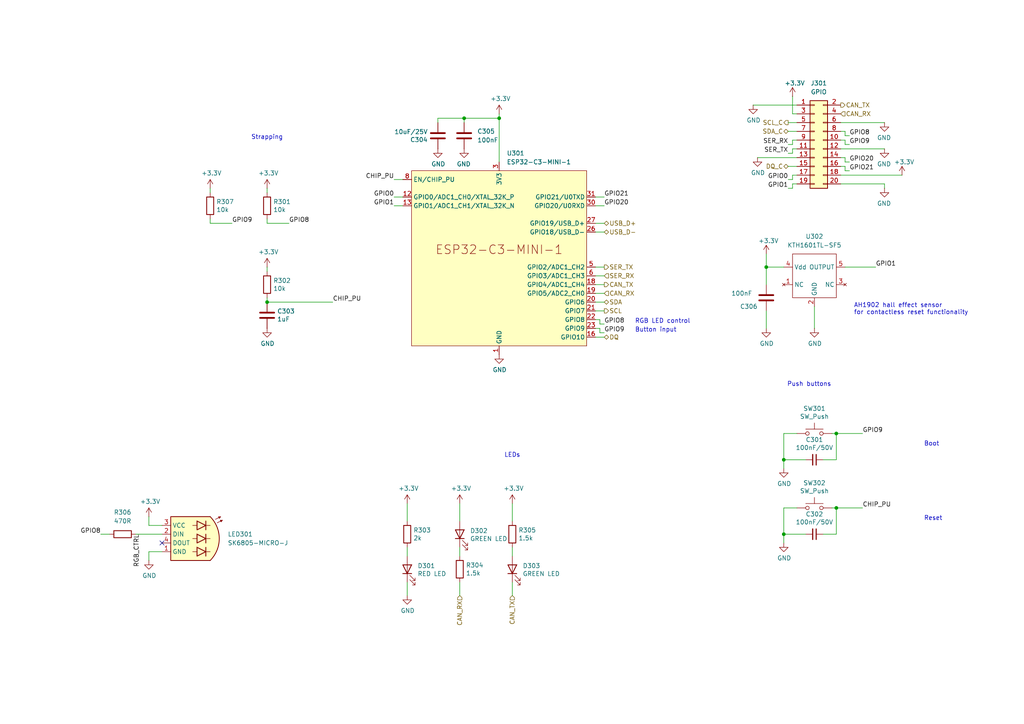
<source format=kicad_sch>
(kicad_sch (version 20231120) (generator "eeschema") (generator_version "8.0")
  (paper "A4")
  (title_block (title "Hat Labs Serial Interface Device (HALSER)") (date "2024-11-20") (rev "1.0.0-a1") (company "Hat Labs oy") (comment 1 "https://creativecommons.org/licenses/by-sa/4.0") (comment 2 "To view a copy of this license, visit ") (comment 3 "HALMET is licensed under CC BY-SA 4.0."))
  (lib_symbols
    (symbol "Connector_Generic:Conn_02x10_Odd_Even" (pin_names (offset 1.016) hide)
      (property "Reference" "J" (at 1.27 12.7 0))
      (property "Value" "Conn_02x10_Odd_Even" (at 1.27 -15.24 0))
      (symbol "Conn_02x10_Odd_Even_1_1"
        (rectangle (start -1.27 -12.573) (end 0 -12.827) (stroke (width 0.1524)))
        (rectangle (start -1.27 -10.033) (end 0 -10.287) (stroke (width 0.1524)))
        (rectangle (start -1.27 -7.493) (end 0 -7.747) (stroke (width 0.1524)))
        (rectangle (start -1.27 -4.953) (end 0 -5.207) (stroke (width 0.1524)))
        (rectangle (start -1.27 -2.413) (end 0 -2.667) (stroke (width 0.1524)))
        (rectangle (start -1.27 0.127) (end 0 -0.127) (stroke (width 0.1524)))
        (rectangle (start -1.27 2.667) (end 0 2.413) (stroke (width 0.1524)))
        (rectangle (start -1.27 5.207) (end 0 4.953) (stroke (width 0.1524)))
        (rectangle (start -1.27 7.747) (end 0 7.493) (stroke (width 0.1524)))
        (rectangle (start -1.27 10.287) (end 0 10.033) (stroke (width 0.1524)))
        (rectangle (start -1.27 11.43) (end 3.81 -13.97) (stroke (width 0.254)) (fill (type background)))
        (rectangle (start 3.81 -12.573) (end 2.54 -12.827) (stroke (width 0.1524)))
        (rectangle (start 3.81 -10.033) (end 2.54 -10.287) (stroke (width 0.1524)))
        (rectangle (start 3.81 -7.493) (end 2.54 -7.747) (stroke (width 0.1524)))
        (rectangle (start 3.81 -4.953) (end 2.54 -5.207) (stroke (width 0.1524)))
        (rectangle (start 3.81 -2.413) (end 2.54 -2.667) (stroke (width 0.1524)))
        (rectangle (start 3.81 0.127) (end 2.54 -0.127) (stroke (width 0.1524)))
        (rectangle (start 3.81 2.667) (end 2.54 2.413) (stroke (width 0.1524)))
        (rectangle (start 3.81 5.207) (end 2.54 4.953) (stroke (width 0.1524)))
        (rectangle (start 3.81 7.747) (end 2.54 7.493) (stroke (width 0.1524)))
        (rectangle (start 3.81 10.287) (end 2.54 10.033) (stroke (width 0.1524)))
        (pin passive line (at -5.08 10.16 0) (length 3.81) (name "Pin_1") (number "1"))
        (pin passive line (at 7.62 0 180) (length 3.81) (name "Pin_10") (number "10"))
        (pin passive line (at -5.08 -2.54 0) (length 3.81) (name "Pin_11") (number "11"))
        (pin passive line (at 7.62 -2.54 180) (length 3.81) (name "Pin_12") (number "12"))
        (pin passive line (at -5.08 -5.08 0) (length 3.81) (name "Pin_13") (number "13"))
        (pin passive line (at 7.62 -5.08 180) (length 3.81) (name "Pin_14") (number "14"))
        (pin passive line (at -5.08 -7.62 0) (length 3.81) (name "Pin_15") (number "15"))
        (pin passive line (at 7.62 -7.62 180) (length 3.81) (name "Pin_16") (number "16"))
        (pin passive line (at -5.08 -10.16 0) (length 3.81) (name "Pin_17") (number "17"))
        (pin passive line (at 7.62 -10.16 180) (length 3.81) (name "Pin_18") (number "18"))
        (pin passive line (at -5.08 -12.7 0) (length 3.81) (name "Pin_19") (number "19"))
        (pin passive line (at 7.62 10.16 180) (length 3.81) (name "Pin_2") (number "2"))
        (pin passive line (at 7.62 -12.7 180) (length 3.81) (name "Pin_20") (number "20"))
        (pin passive line (at -5.08 7.62 0) (length 3.81) (name "Pin_3") (number "3"))
        (pin passive line (at 7.62 7.62 180) (length 3.81) (name "Pin_4") (number "4"))
        (pin passive line (at -5.08 5.08 0) (length 3.81) (name "Pin_5") (number "5"))
        (pin passive line (at 7.62 5.08 180) (length 3.81) (name "Pin_6") (number "6"))
        (pin passive line (at -5.08 2.54 0) (length 3.81) (name "Pin_7") (number "7"))
        (pin passive line (at 7.62 2.54 180) (length 3.81) (name "Pin_8") (number "8"))
        (pin passive line (at -5.08 0 0) (length 3.81) (name "Pin_9") (number "9"))
      )
    )
    (symbol "Device:C" (pin_numbers hide) (pin_names (offset 0.254))
      (property "Reference" "C" (at 0.635 2.54 0))
      (property "Value" "C" (at 0.635 -2.54 0))
      (symbol "C_0_1"
        (polyline (pts (xy -2.032 -0.762) (xy 2.032 -0.762)) (stroke (width 0.508)))
        (polyline (pts (xy -2.032 0.762) (xy 2.032 0.762)) (stroke (width 0.508)))
      )
      (symbol "C_1_1"
        (pin passive line (at 0 3.81 270) (length 2.794) (name "~") (number "1"))
        (pin passive line (at 0 -3.81 90) (length 2.794) (name "~") (number "2"))
      )
    )
    (symbol "Device:C_Small" (pin_numbers hide) (pin_names (offset 0.254) hide)
      (property "Reference" "C" (at 0.254 1.778 0))
      (property "Value" "C_Small" (at 0.254 -2.032 0))
      (symbol "C_Small_0_1"
        (polyline (pts (xy -1.524 -0.508) (xy 1.524 -0.508)) (stroke (width 0.3302)))
        (polyline (pts (xy -1.524 0.508) (xy 1.524 0.508)) (stroke (width 0.3048)))
      )
      (symbol "C_Small_1_1"
        (pin passive line (at 0 2.54 270) (length 2.032) (name "~") (number "1"))
        (pin passive line (at 0 -2.54 90) (length 2.032) (name "~") (number "2"))
      )
    )
    (symbol "Device:LED" (pin_numbers hide) (pin_names (offset 1.016) hide)
      (property "Reference" "D" (at 0 2.54 0))
      (property "Value" "LED" (at 0 -2.54 0))
      (symbol "LED_0_1"
        (polyline (pts (xy -1.27 -1.27) (xy -1.27 1.27)) (stroke (width 0.254)))
        (polyline (pts (xy -1.27 0) (xy 1.27 0)))
        (polyline (pts (xy 1.27 -1.27) (xy 1.27 1.27) (xy -1.27 0) (xy 1.27 -1.27)) (stroke (width 0.254)))
        (polyline (pts (xy -3.048 -0.762) (xy -4.572 -2.286) (xy -3.81 -2.286) (xy -4.572 -2.286) (xy -4.572 -1.524)))
        (polyline (pts (xy -1.778 -0.762) (xy -3.302 -2.286) (xy -2.54 -2.286) (xy -3.302 -2.286) (xy -3.302 -1.524)))
      )
      (symbol "LED_1_1"
        (pin passive line (at -3.81 0 0) (length 2.54) (name "K") (number "1"))
        (pin passive line (at 3.81 0 180) (length 2.54) (name "A") (number "2"))
      )
    )
    (symbol "Device:R" (pin_numbers hide) (pin_names (offset 0))
      (property "Reference" "R" (at 2.032 0 90))
      (property "Value" "R" (at 0 0 90))
      (symbol "R_0_1"
        (rectangle (start -1.016 -2.54) (end 1.016 2.54) (stroke (width 0.254)))
      )
      (symbol "R_1_1"
        (pin passive line (at 0 3.81 270) (length 1.27) (name "~") (number "1"))
        (pin passive line (at 0 -3.81 90) (length 1.27) (name "~") (number "2"))
      )
    )
    (symbol "HALSER:SK68XX-MINI-HS"
      (property "Reference" "LED" (at 0 10.16 0))
      (property "Value" "SK68XX-MINI-HS" (at 0 7.62 0))
      (symbol "SK68XX-MINI-HS_0_1"
        (polyline (pts (xy 0 -3.81) (xy 1.27 -3.81)))
        (polyline (pts (xy 0 0) (xy 1.27 0)))
        (polyline (pts (xy 0 3.81) (xy 1.27 3.81)))
        (polyline (pts (xy 3.81 -3.81) (xy 5.08 -3.81)))
        (polyline (pts (xy 3.81 0) (xy 5.08 0)))
        (polyline (pts (xy 3.81 3.81) (xy 5.08 3.81)))
        (polyline (pts (xy 6.604 5.588) (xy 8.128 6.35)) (stroke (width 0.1524)) (fill (type outline)))
        (polyline (pts (xy 7.112 4.572) (xy 8.636 5.334)) (stroke (width 0.1524)) (fill (type color)))
        (polyline (pts (xy 1.27 -2.54) (xy 1.27 -5.08) (xy 3.81 -3.81) (xy 1.27 -2.54)) (stroke (width 0.254)) (fill (type color) (color 30 200 30 1)))
        (polyline (pts (xy 1.27 1.27) (xy 1.27 -1.27) (xy 3.81 0) (xy 1.27 1.27)) (stroke (width 0.254)) (fill (type color) (color 240 30 30 1)))
        (polyline (pts (xy 1.27 5.08) (xy 1.27 2.54) (xy 3.81 3.81) (xy 1.27 5.08)) (stroke (width 0.254)) (fill (type color) (color 70 70 200 1)))
        (polyline (pts (xy 7.493 6.35) (xy 7.747 5.842) (xy 8.128 6.35) (xy 7.493 6.35)) (stroke (width 0.1524)) (fill (type outline)))
        (polyline (pts (xy 8.001 5.334) (xy 8.255 4.826) (xy 8.636 5.334) (xy 8.001 5.334)) (fill (type outline)))
      )
      (symbol "SK68XX-MINI-HS_1_1"
        (polyline (pts (xy 3.81 -5.08) (xy 3.81 -2.54)) (stroke (width 0.254)))
        (polyline (pts (xy 3.81 -1.27) (xy 3.81 1.27)) (stroke (width 0.254)))
        (polyline (pts (xy 3.81 2.54) (xy 3.81 5.08)) (stroke (width 0.254)))
        (polyline (pts (xy 5.08 -6.35) (xy -6.35 -6.35) (xy -6.35 6.35) (xy 5.08 6.35)) (stroke (width 0.254)) (fill (type background)))
        (arc (start 5.08 -6.35) (mid 7.7103 0) (end 5.08 6.35) (stroke (width 0.254)) (fill (type background)))
        (pin power_in line (at -8.89 -3.81 0) (length 2.54) (name "GND") (number "1"))
        (pin input line (at -8.89 1.27 0) (length 2.54) (name "DIN") (number "2"))
        (pin power_in line (at -8.89 3.81 0) (length 2.54) (name "VCC") (number "3"))
        (pin output line (at -8.89 -1.27 0) (length 2.54) (name "DOUT") (number "4"))
      )
    )
    (symbol "PCM_Espressif:ESP32-C3-MINI-1"
      (property "Reference" "U" (at -25.4 30.48 0))
      (property "Value" "ESP32-C3-MINI-1" (at -25.4 27.94 0))
      (symbol "ESP32-C3-MINI-1_0_0"
        (text "ESP32-C3-MINI-1" (at 0 2.54 0) (effects (font (size 2.54 2.54))))
      )
      (symbol "ESP32-C3-MINI-1_0_1"
        (rectangle (start -25.4 25.4) (end 25.4 -25.4) (fill (type background)))
      )
      (symbol "ESP32-C3-MINI-1_1_1"
        (pin power_in line (at 0 -27.94 90) (length 2.54) (name "GND") (number "1"))
        (pin no_connect line (at -25.4 2.54 0) (length 2.54) hide (name "NC") (number "10"))
        (pin passive line (at 0 -27.94 90) (length 2.54) hide (name "GND") (number "11"))
        (pin bidirectional line (at -27.94 17.78 0) (length 2.54) (name "GPIO0/ADC1_CH0/XTAL_32K_P") (number "12"))
        (pin bidirectional line (at -27.94 15.24 0) (length 2.54) (name "GPIO1/ADC1_CH1/XTAL_32K_N") (number "13"))
        (pin passive line (at 0 -27.94 90) (length 2.54) hide (name "GND") (number "14"))
        (pin no_connect line (at -25.4 0 0) (length 2.54) hide (name "NC") (number "15"))
        (pin bidirectional line (at 27.94 -22.86 180) (length 2.54) (name "GPIO10") (number "16"))
        (pin no_connect line (at -25.4 -2.54 0) (length 2.54) hide (name "NC") (number "17"))
        (pin bidirectional line (at 27.94 -7.62 180) (length 2.54) (name "GPIO4/ADC1_CH4") (number "18"))
        (pin bidirectional line (at 27.94 -10.16 180) (length 2.54) (name "GPIO5/ADC2_CH0") (number "19"))
        (pin passive line (at 0 -27.94 90) (length 2.54) hide (name "GND") (number "2"))
        (pin bidirectional line (at 27.94 -12.7 180) (length 2.54) (name "GPIO6") (number "20"))
        (pin bidirectional line (at 27.94 -15.24 180) (length 2.54) (name "GPIO7") (number "21"))
        (pin bidirectional line (at 27.94 -17.78 180) (length 2.54) (name "GPIO8") (number "22"))
        (pin bidirectional line (at 27.94 -20.32 180) (length 2.54) (name "GPIO9") (number "23"))
        (pin no_connect line (at -25.4 -5.08 0) (length 2.54) hide (name "NC") (number "24"))
        (pin no_connect line (at -25.4 -7.62 0) (length 2.54) hide (name "NC") (number "25"))
        (pin bidirectional line (at 27.94 7.62 180) (length 2.54) (name "GPIO18/USB_D-") (number "26"))
        (pin bidirectional line (at 27.94 10.16 180) (length 2.54) (name "GPIO19/USB_D+") (number "27"))
        (pin no_connect line (at -25.4 -10.16 0) (length 2.54) hide (name "NC") (number "28"))
        (pin no_connect line (at -25.4 -12.7 0) (length 2.54) hide (name "NC") (number "29"))
        (pin power_in line (at 0 27.94 270) (length 2.54) (name "3V3") (number "3"))
        (pin bidirectional line (at 27.94 15.24 180) (length 2.54) (name "GPIO20/U0RXD") (number "30"))
        (pin bidirectional line (at 27.94 17.78 180) (length 2.54) (name "GPIO21/U0TXD") (number "31"))
        (pin no_connect line (at -25.4 -15.24 0) (length 2.54) hide (name "NC") (number "32"))
        (pin no_connect line (at -25.4 -17.78 0) (length 2.54) hide (name "NC") (number "33"))
        (pin no_connect line (at -25.4 -20.32 0) (length 2.54) hide (name "NC") (number "34"))
        (pin no_connect line (at -25.4 -22.86 0) (length 2.54) hide (name "NC") (number "35"))
        (pin passive line (at 0 -27.94 90) (length 2.54) hide (name "GND") (number "36"))
        (pin passive line (at 0 -27.94 90) (length 2.54) hide (name "GND") (number "37"))
        (pin passive line (at 0 -27.94 90) (length 2.54) hide (name "GND") (number "38"))
        (pin passive line (at 0 -27.94 90) (length 2.54) hide (name "GND") (number "39"))
        (pin no_connect line (at -25.4 10.16 0) (length 2.54) hide (name "NC") (number "4"))
        (pin passive line (at 0 -27.94 90) (length 2.54) hide (name "GND") (number "40"))
        (pin passive line (at 0 -27.94 90) (length 2.54) hide (name "GND") (number "41"))
        (pin passive line (at 0 -27.94 90) (length 2.54) hide (name "GND") (number "42"))
        (pin passive line (at 0 -27.94 90) (length 2.54) hide (name "GND") (number "43"))
        (pin passive line (at 0 -27.94 90) (length 2.54) hide (name "GND") (number "44"))
        (pin passive line (at 0 -27.94 90) (length 2.54) hide (name "GND") (number "45"))
        (pin passive line (at 0 -27.94 90) (length 2.54) hide (name "GND") (number "46"))
        (pin passive line (at 0 -27.94 90) (length 2.54) hide (name "GND") (number "47"))
        (pin passive line (at 0 -27.94 90) (length 2.54) hide (name "GND") (number "48"))
        (pin passive line (at 0 -27.94 90) (length 2.54) hide (name "GND") (number "49"))
        (pin bidirectional line (at 27.94 -2.54 180) (length 2.54) (name "GPIO2/ADC1_CH2") (number "5"))
        (pin passive line (at 0 -27.94 90) (length 2.54) hide (name "GND") (number "50"))
        (pin passive line (at 0 -27.94 90) (length 2.54) hide (name "GND") (number "51"))
        (pin passive line (at 0 -27.94 90) (length 2.54) hide (name "GND") (number "52"))
        (pin passive line (at 0 -27.94 90) (length 2.54) hide (name "GND") (number "53"))
        (pin bidirectional line (at 27.94 -5.08 180) (length 2.54) (name "GPIO3/ADC1_CH3") (number "6"))
        (pin no_connect line (at -25.4 7.62 0) (length 2.54) hide (name "NC") (number "7"))
        (pin input line (at -27.94 22.86 0) (length 2.54) (name "EN/CHIP_PU") (number "8"))
        (pin no_connect line (at -25.4 5.08 0) (length 2.54) hide (name "NC") (number "9"))
      )
    )
    (symbol "SH-wg:AH1902"
      (property "Reference" "U" (at 0 7.62 0))
      (property "Value" "AH1902" (at 0 10.16 0))
      (symbol "AH1902_0_1"
        (rectangle (start -6.35 6.35) (end 6.35 -6.35))
      )
      (symbol "AH1902_1_1"
        (pin no_connect line (at -8.89 -2.54 0) (length 2.54) (name "NC") (number "1"))
        (pin power_in line (at 0 -8.89 90) (length 2.54) (name "GND") (number "2"))
        (pin no_connect line (at 8.89 -2.54 180) (length 2.54) (name "NC") (number "3"))
        (pin power_in line (at -8.89 2.54 0) (length 2.54) (name "Vdd") (number "4"))
        (pin output line (at 8.89 2.54 180) (length 2.54) (name "OUTPUT") (number "5"))
      )
    )
    (symbol "Switch:SW_Push" (pin_numbers hide) (pin_names (offset 1.016) hide)
      (property "Reference" "SW" (at 1.27 2.54 0))
      (property "Value" "SW_Push" (at 0 -1.524 0))
      (symbol "SW_Push_0_1"
        (circle (center -2.032 0) (radius 0.508))
        (polyline (pts (xy 0 1.27) (xy 0 3.048)))
        (polyline (pts (xy 2.54 1.27) (xy -2.54 1.27)))
        (circle (center 2.032 0) (radius 0.508))
        (pin passive line (at -5.08 0 0) (length 2.54) (name "1") (number "1"))
        (pin passive line (at 5.08 0 180) (length 2.54) (name "2") (number "2"))
      )
    )
    (symbol "power:+3.3V" (power) (pin_numbers hide) (pin_names (offset 0) hide)
      (property "Value" "+3.3V" (at 0 3.556 0))
      (symbol "+3.3V_0_1"
        (polyline (pts (xy -0.762 1.27) (xy 0 2.54)))
        (polyline (pts (xy 0 0) (xy 0 2.54)))
        (polyline (pts (xy 0 2.54) (xy 0.762 1.27)))
      )
      (symbol "+3.3V_1_1"
        (pin power_in line (at 0 0 90) (length 0) (name "~") (number "1"))
      )
    )
    (symbol "power:GND" (power) (pin_numbers hide) (pin_names (offset 0) hide)
      (property "Value" "GND" (at 0 -3.81 0))
      (symbol "GND_0_1"
        (polyline (pts (xy 0 0) (xy 0 -1.27) (xy 1.27 -1.27) (xy 0 -2.54) (xy -1.27 -1.27) (xy 0 -1.27)))
      )
      (symbol "GND_1_1"
        (pin power_in line (at 0 0 270) (length 0) (name "~") (number "1"))
      )
    )
  )
  (junction (at 134.62 34.29))
  (junction (at 227.33 154.94))
  (junction (at 227.33 133.35))
  (junction (at 242.57 125.73))
  (junction (at 242.57 147.32))
  (junction (at 144.78 34.29))
  (junction (at 77.47 87.63))
  (junction (at 222.25 77.47))
  (no_connect (at 46.99 157.48))
  (wire (pts (xy 222.25 77.47) (xy 227.33 77.47)))
  (wire (pts (xy 175.26 77.47) (xy 172.72 77.47)))
  (wire (pts (xy 229.87 27.94) (xy 229.87 33.02)))
  (wire (pts (xy 242.57 147.32) (xy 242.57 154.94)))
  (wire (pts (xy 133.35 168.91) (xy 133.35 172.72)))
  (wire (pts (xy 229.87 50.8) (xy 231.14 50.8)))
  (wire (pts (xy 77.47 86.36) (xy 77.47 87.63)))
  (wire (pts (xy 229.87 43.18) (xy 231.14 43.18)))
  (wire (pts (xy 173.99 95.25) (xy 172.72 95.25)))
  (wire (pts (xy 77.47 78.74) (xy 77.47 77.47)))
  (wire (pts (xy 39.37 154.94) (xy 46.99 154.94)))
  (wire (pts (xy 229.87 52.07) (xy 229.87 50.8)))
  (wire (pts (xy 229.87 33.02) (xy 231.14 33.02)))
  (wire (pts (xy 173.99 93.98) (xy 173.99 92.71)))
  (wire (pts (xy 133.35 146.05) (xy 133.35 151.13)))
  (wire (pts (xy 242.57 125.73) (xy 250.19 125.73)))
  (wire (pts (xy 227.33 135.89) (xy 227.33 133.35)))
  (wire (pts (xy 144.78 33.02) (xy 144.78 34.29)))
  (wire (pts (xy 148.59 158.75) (xy 148.59 161.29)))
  (wire (pts (xy 60.96 63.5) (xy 60.96 64.77)))
  (wire (pts (xy 256.54 53.34) (xy 256.54 54.61)))
  (wire (pts (xy 127 34.29) (xy 127 35.56)))
  (wire (pts (xy 236.22 88.9) (xy 236.22 95.25)))
  (wire (pts (xy 238.76 133.35) (xy 242.57 133.35)))
  (wire (pts (xy 245.11 48.26) (xy 243.84 48.26)))
  (wire (pts (xy 245.11 46.99) (xy 245.11 45.72)))
  (wire (pts (xy 246.38 49.53) (xy 245.11 49.53)))
  (wire (pts (xy 228.6 48.26) (xy 231.14 48.26)))
  (wire (pts (xy 173.99 92.71) (xy 172.72 92.71)))
  (wire (pts (xy 245.11 40.64) (xy 243.84 40.64)))
  (wire (pts (xy 227.33 154.94) (xy 227.33 147.32)))
  (wire (pts (xy 173.99 96.52) (xy 175.26 96.52)))
  (wire (pts (xy 43.18 152.4) (xy 43.18 149.86)))
  (wire (pts (xy 228.6 52.07) (xy 229.87 52.07)))
  (wire (pts (xy 60.96 55.88) (xy 60.96 54.61)))
  (wire (pts (xy 43.18 160.02) (xy 43.18 162.56)))
  (wire (pts (xy 148.59 146.05) (xy 148.59 151.13)))
  (wire (pts (xy 229.87 54.61) (xy 229.87 53.34)))
  (wire (pts (xy 173.99 93.98) (xy 175.26 93.98)))
  (wire (pts (xy 114.3 52.07) (xy 116.84 52.07)))
  (wire (pts (xy 228.6 41.91) (xy 229.87 41.91)))
  (wire (pts (xy 175.26 67.31) (xy 172.72 67.31)))
  (wire (pts (xy 175.26 90.17) (xy 172.72 90.17)))
  (wire (pts (xy 242.57 147.32) (xy 241.3 147.32)))
  (wire (pts (xy 134.62 35.56) (xy 134.62 34.29)))
  (wire (pts (xy 227.33 147.32) (xy 231.14 147.32)))
  (wire (pts (xy 77.47 64.77) (xy 83.82 64.77)))
  (wire (pts (xy 242.57 133.35) (xy 242.57 125.73)))
  (wire (pts (xy 175.26 64.77) (xy 172.72 64.77)))
  (wire (pts (xy 228.6 35.56) (xy 231.14 35.56)))
  (wire (pts (xy 245.11 45.72) (xy 243.84 45.72)))
  (wire (pts (xy 175.26 80.01) (xy 172.72 80.01)))
  (wire (pts (xy 242.57 154.94) (xy 238.76 154.94)))
  (wire (pts (xy 175.26 82.55) (xy 172.72 82.55)))
  (wire (pts (xy 256.54 43.18) (xy 243.84 43.18)))
  (wire (pts (xy 219.71 45.72) (xy 231.14 45.72)))
  (wire (pts (xy 256.54 35.56) (xy 243.84 35.56)))
  (wire (pts (xy 46.99 152.4) (xy 43.18 152.4)))
  (wire (pts (xy 242.57 125.73) (xy 241.3 125.73)))
  (wire (pts (xy 134.62 34.29) (xy 144.78 34.29)))
  (wire (pts (xy 242.57 147.32) (xy 250.19 147.32)))
  (wire (pts (xy 133.35 158.75) (xy 133.35 161.29)))
  (wire (pts (xy 245.11 38.1) (xy 243.84 38.1)))
  (wire (pts (xy 148.59 168.91) (xy 148.59 172.72)))
  (wire (pts (xy 245.11 49.53) (xy 245.11 48.26)))
  (wire (pts (xy 245.11 39.37) (xy 245.11 38.1)))
  (wire (pts (xy 229.87 41.91) (xy 229.87 40.64)))
  (wire (pts (xy 228.6 44.45) (xy 229.87 44.45)))
  (wire (pts (xy 222.25 90.17) (xy 222.25 95.25)))
  (wire (pts (xy 77.47 55.88) (xy 77.47 54.61)))
  (wire (pts (xy 233.68 133.35) (xy 227.33 133.35)))
  (wire (pts (xy 229.87 53.34) (xy 231.14 53.34)))
  (wire (pts (xy 175.26 59.69) (xy 172.72 59.69)))
  (wire (pts (xy 229.87 44.45) (xy 229.87 43.18)))
  (wire (pts (xy 29.21 154.94) (xy 31.75 154.94)))
  (wire (pts (xy 227.33 157.48) (xy 227.33 154.94)))
  (wire (pts (xy 246.38 41.91) (xy 245.11 41.91)))
  (wire (pts (xy 245.11 77.47) (xy 254 77.47)))
  (wire (pts (xy 175.26 85.09) (xy 172.72 85.09)))
  (wire (pts (xy 222.25 73.66) (xy 222.25 77.47)))
  (wire (pts (xy 229.87 40.64) (xy 231.14 40.64)))
  (wire (pts (xy 77.47 63.5) (xy 77.47 64.77)))
  (wire (pts (xy 233.68 154.94) (xy 227.33 154.94)))
  (wire (pts (xy 228.6 54.61) (xy 229.87 54.61)))
  (wire (pts (xy 175.26 57.15) (xy 172.72 57.15)))
  (wire (pts (xy 144.78 34.29) (xy 144.78 46.99)))
  (wire (pts (xy 118.11 172.72) (xy 118.11 168.91)))
  (wire (pts (xy 60.96 64.77) (xy 67.31 64.77)))
  (wire (pts (xy 246.38 39.37) (xy 245.11 39.37)))
  (wire (pts (xy 127 34.29) (xy 134.62 34.29)))
  (wire (pts (xy 246.38 46.99) (xy 245.11 46.99)))
  (wire (pts (xy 173.99 96.52) (xy 173.99 95.25)))
  (wire (pts (xy 227.33 125.73) (xy 231.14 125.73)))
  (wire (pts (xy 218.44 30.48) (xy 231.14 30.48)))
  (wire (pts (xy 245.11 41.91) (xy 245.11 40.64)))
  (wire (pts (xy 243.84 50.8) (xy 261.62 50.8)))
  (wire (pts (xy 172.72 97.79) (xy 175.26 97.79)))
  (wire (pts (xy 77.47 87.63) (xy 96.52 87.63)))
  (wire (pts (xy 228.6 38.1) (xy 231.14 38.1)))
  (wire (pts (xy 118.11 146.05) (xy 118.11 151.13)))
  (wire (pts (xy 243.84 53.34) (xy 256.54 53.34)))
  (wire (pts (xy 118.11 158.75) (xy 118.11 161.29)))
  (wire (pts (xy 175.26 87.63) (xy 172.72 87.63)))
  (wire (pts (xy 114.3 57.15) (xy 116.84 57.15)))
  (wire (pts (xy 114.3 59.69) (xy 116.84 59.69)))
  (wire (pts (xy 222.25 77.47) (xy 222.25 82.55)))
  (wire (pts (xy 227.33 133.35) (xy 227.33 125.73)))
  (wire (pts (xy 46.99 160.02) (xy 43.18 160.02)))
  (text "AH1902 hall effect sensor\nfor contactless reset functionality" (at 247.65 91.44 0) (effects (font (size 1.27 1.27)) (justify left bottom)))
  (text "Button input" (at 184.15 95.758 0) (effects (font (size 1.27 1.27)) (justify left)))
  (text "Strapping" (at 77.47 39.878 0) (effects (font (size 1.27 1.27))))
  (text "RGB LED control" (at 184.15 93.218 0) (effects (font (size 1.27 1.27)) (justify left)))
  (text "Reset" (at 267.97 151.13 0) (effects (font (size 1.27 1.27)) (justify left bottom)))
  (text "Boot" (at 267.97 129.54 0) (effects (font (size 1.27 1.27)) (justify left bottom)))
  (text "LEDs" (at 148.59 132.08 0) (effects (font (size 1.27 1.27))))
  (text "Push buttons" (at 234.696 111.506 0) (effects (font (size 1.27 1.27))))
  (label "GPIO21" (at 175.26 57.15 0))
  (label "GPIO8" (at 83.82 64.77 0))
  (label "SER_TX" (at 228.6 44.45 180))
  (label "GPIO1" (at 228.6 54.61 180))
  (label "GPIO9" (at 67.31 64.77 0))
  (label "GPIO1" (at 114.3 59.69 180))
  (label "GPIO0" (at 228.6 52.07 180))
  (label "GPIO8" (at 29.21 154.94 180))
  (label "GPIO20" (at 175.26 59.69 0))
  (label "GPIO21" (at 246.38 49.53 0))
  (label "CHIP_PU" (at 96.52 87.63 0))
  (label "CHIP_PU" (at 114.3 52.07 180))
  (label "GPIO9" (at 175.26 96.52 0))
  (label "GPIO1" (at 254 77.47 0))
  (label "GPIO20" (at 246.38 46.99 0))
  (label "GPIO9" (at 250.19 125.73 0))
  (label "RGB_CTRL" (at 40.64 154.94 270))
  (label "GPIO0" (at 114.3 57.15 180))
  (label "CHIP_PU" (at 250.19 147.32 0))
  (label "GPIO9" (at 246.38 41.91 0))
  (label "SER_RX" (at 228.6 41.91 180))
  (label "GPIO8" (at 175.26 93.98 0))
  (label "GPIO8" (at 246.38 39.37 0))
  (hierarchical_label "SDA_C" (shape bidirectional) (at 228.6 38.1 180))
  (hierarchical_label "CAN_TX" (shape output) (at 243.84 30.48 0))
  (hierarchical_label "SCL_C" (shape output) (at 228.6 35.56 180))
  (hierarchical_label "CAN_TX" (shape input) (at 148.59 172.72 270))
  (hierarchical_label "CAN_TX" (shape output) (at 175.26 82.55 0))
  (hierarchical_label "CAN_RX" (shape input) (at 243.84 33.02 0))
  (hierarchical_label "CAN_RX" (shape input) (at 133.35 172.72 270))
  (hierarchical_label "SCL" (shape output) (at 175.26 90.17 0))
  (hierarchical_label "DQ_C" (shape bidirectional) (at 228.6 48.26 180))
  (hierarchical_label "USB_D-" (shape bidirectional) (at 175.26 67.31 0))
  (hierarchical_label "SER_TX" (shape output) (at 175.26 77.47 0))
  (hierarchical_label "DQ" (shape bidirectional) (at 175.26 97.79 0))
  (hierarchical_label "SER_RX" (shape input) (at 175.26 80.01 0))
  (hierarchical_label "SDA" (shape bidirectional) (at 175.26 87.63 0))
  (hierarchical_label "CAN_RX" (shape input) (at 175.26 85.09 0))
  (hierarchical_label "USB_D+" (shape bidirectional) (at 175.26 64.77 0))
  (symbol (lib_id "Device:C") (at 77.47 91.44 0) (unit 1)
    (property "Reference" "C303" (at 80.391 90.2716 0) (effects (justify left)))
    (property "Value" "1uF" (at 80.391 92.583 0) (effects (justify left)))
    (property "Footprint" "Capacitor_SMD:C_0402_1005Metric" (effects (hide yes)))
    (property "LCSC" "C52923" (effects (hide yes)))
  )
  (symbol (lib_id "power:GND") (at 77.47 95.25 0) (unit 1)
    (property "Reference" "#PWR0305" (effects (hide yes)))
    (property "Value" "GND" (at 77.597 99.6442 0))
    (property "Description" "Power symbol creates a global label with name \"GND\" , ground" (effects (hide yes)))
  )
  (symbol (lib_id "power:+3.3V") (at 144.78 33.02 0) (unit 1)
    (property "Reference" "#PWR0311" (effects (hide yes)))
    (property "Value" "+3.3V" (at 145.161 28.6258 0))
    (property "Description" "Power symbol creates a global label with name \"+3.3V\"" (effects (hide yes)))
  )
  (symbol (lib_id "power:GND") (at 144.78 102.87 0) (unit 1)
    (property "Reference" "#PWR0312" (effects (hide yes)))
    (property "Value" "GND" (at 144.907 107.2642 0))
    (property "Description" "Power symbol creates a global label with name \"GND\" , ground" (effects (hide yes)))
  )
  (symbol (lib_id "Device:C") (at 127 39.37 180) (unit 1)
    (property "Reference" "C304" (at 124.079 40.5384 0) (effects (justify left)))
    (property "Value" "10uF/25V" (at 124.079 38.227 0) (effects (justify left)))
    (property "Footprint" "Capacitor_SMD:C_0805_2012Metric" (effects (hide yes)))
    (property "LCSC" "C15850" (effects (hide yes)))
  )
  (symbol (lib_id "power:GND") (at 127 43.18 0) (unit 1)
    (property "Reference" "#PWR0308" (effects (hide yes)))
    (property "Value" "GND" (at 127.127 47.5742 0))
    (property "Description" "Power symbol creates a global label with name \"GND\" , ground" (effects (hide yes)))
  )
  (symbol (lib_id "Device:R") (at 77.47 82.55 0) (unit 1)
    (property "Reference" "R302" (at 79.248 81.3816 0) (effects (justify left)))
    (property "Value" "10k" (at 79.248 83.693 0) (effects (justify left)))
    (property "Footprint" "Resistor_SMD:R_0402_1005Metric" (effects (hide yes)))
    (property "LCSC" "C25744" (effects (hide yes)))
  )
  (symbol (lib_id "power:+3.3V") (at 77.47 77.47 0) (unit 1)
    (property "Reference" "#PWR0304" (effects (hide yes)))
    (property "Value" "+3.3V" (at 77.851 73.0758 0))
    (property "Description" "Power symbol creates a global label with name \"+3.3V\"" (effects (hide yes)))
  )
  (symbol (lib_id "power:GND") (at 256.54 54.61 0) (mirror y) (unit 1)
    (property "Reference" "#PWR0320" (effects (hide yes)))
    (property "Value" "GND" (at 256.413 59.0042 0))
    (property "Description" "Power symbol creates a global label with name \"GND\" , ground" (effects (hide yes)))
  )
  (symbol (lib_id "power:+3.3V") (at 261.62 50.8 0) (mirror y) (unit 1)
    (property "Reference" "#PWR0319" (effects (hide yes)))
    (property "Value" "+3.3V" (at 262.255 46.99 0))
    (property "Description" "Power symbol creates a global label with name \"+3.3V\"" (effects (hide yes)))
  )
  (symbol (lib_id "power:+3.3V") (at 229.87 27.94 0) (unit 1)
    (property "Reference" "#PWR0316" (effects (hide yes)))
    (property "Value" "+3.3V" (at 230.505 24.13 0))
    (property "Description" "Power symbol creates a global label with name \"+3.3V\"" (effects (hide yes)))
  )
  (symbol (lib_id "power:GND") (at 218.44 30.48 0) (unit 1)
    (property "Reference" "#PWR0317" (effects (hide yes)))
    (property "Value" "GND" (at 218.567 34.8742 0))
    (property "Description" "Power symbol creates a global label with name \"GND\" , ground" (effects (hide yes)))
  )
  (symbol (lib_id "Device:R") (at 77.47 59.69 0) (unit 1)
    (property "Reference" "R301" (at 79.248 58.5216 0) (effects (justify left)))
    (property "Value" "10k" (at 79.248 60.833 0) (effects (justify left)))
    (property "Footprint" "Resistor_SMD:R_0402_1005Metric" (effects (hide yes)))
    (property "LCSC" "C25744" (effects (hide yes)))
  )
  (symbol (lib_id "power:+3.3V") (at 77.47 54.61 0) (unit 1)
    (property "Reference" "#PWR0303" (effects (hide yes)))
    (property "Value" "+3.3V" (at 77.851 50.2158 0))
    (property "Description" "Power symbol creates a global label with name \"+3.3V\"" (effects (hide yes)))
  )
  (symbol (lib_id "Device:R") (at 118.11 154.94 0) (unit 1)
    (property "Reference" "R303" (at 119.888 153.7716 0) (effects (justify left)))
    (property "Value" "2k" (at 119.888 156.083 0) (effects (justify left)))
    (property "Footprint" "Resistor_SMD:R_0402_1005Metric" (effects (hide yes)))
    (property "LCSC" "C4109" (effects (hide yes)))
  )
  (symbol (lib_id "Device:LED") (at 148.59 165.1 90) (unit 1)
    (property "Reference" "D303" (at 151.5872 164.1094 90) (effects (justify right)))
    (property "Value" "GREEN LED" (at 151.5872 166.4208 90) (effects (justify right)))
    (property "Footprint" "LED_SMD:LED_0603_1608Metric" (effects (hide yes)))
    (property "LCSC" "C965804" (effects (hide yes)))
  )
  (symbol (lib_id "power:GND") (at 256.54 43.18 0) (mirror y) (unit 1)
    (property "Reference" "#PWR0321" (effects (hide yes)))
    (property "Value" "GND" (at 256.413 47.5742 0))
    (property "Description" "Power symbol creates a global label with name \"GND\" , ground" (effects (hide yes)))
  )
  (symbol (lib_id "power:GND") (at 118.11 172.72 0) (unit 1)
    (property "Reference" "#PWR0307" (effects (hide yes)))
    (property "Value" "GND" (at 118.237 177.1142 0))
    (property "Description" "Power symbol creates a global label with name \"GND\" , ground" (effects (hide yes)))
  )
  (symbol (lib_id "Device:C") (at 134.62 39.37 0) (unit 1)
    (property "Reference" "C305" (at 138.43 38.0999 0) (effects (justify left)))
    (property "Value" "100nF" (at 138.43 40.6399 0) (effects (justify left)))
    (property "Footprint" "Capacitor_SMD:C_0402_1005Metric" (effects (hide yes)))
    (property "Description" "Unpolarized capacitor" (effects (hide yes)))
    (property "LCSC" "C1525" (effects (hide yes)))
  )
  (symbol (lib_id "Device:R") (at 60.96 59.69 0) (unit 1)
    (property "Reference" "R307" (at 62.738 58.5216 0) (effects (justify left)))
    (property "Value" "10k" (at 62.738 60.833 0) (effects (justify left)))
    (property "Footprint" "Resistor_SMD:R_0402_1005Metric" (effects (hide yes)))
    (property "LCSC" "C25744" (effects (hide yes)))
  )
  (symbol (lib_id "Device:C") (at 222.25 86.36 0) (mirror x) (unit 1)
    (property "Reference" "C306" (at 214.63 88.9 0) (effects (justify left)))
    (property "Value" "100nF" (at 212.09 85.09 0) (effects (justify left)))
    (property "Footprint" "Capacitor_SMD:C_0402_1005Metric" (effects (hide yes)))
    (property "LCSC" "C1525" (effects (hide yes)))
  )
  (symbol (lib_id "power:+3.3V") (at 222.25 73.66 0) (unit 1)
    (property "Reference" "#PWR0323" (effects (hide yes)))
    (property "Value" "+3.3V" (at 222.885 69.85 0))
    (property "Description" "Power symbol creates a global label with name \"+3.3V\"" (effects (hide yes)))
  )
  (symbol (lib_id "Device:LED") (at 118.11 165.1 90) (unit 1)
    (property "Reference" "D301" (at 121.1072 164.1094 90) (effects (justify right)))
    (property "Value" "RED LED" (at 121.1072 166.4208 90) (effects (justify right)))
    (property "Footprint" "LED_SMD:LED_0603_1608Metric" (effects (hide yes)))
    (property "LCSC" "C2286" (effects (hide yes)))
  )
  (symbol (lib_id "power:GND") (at 219.71 45.72 0) (unit 1)
    (property "Reference" "#PWR0322" (effects (hide yes)))
    (property "Value" "GND" (at 219.837 50.1142 0))
    (property "Description" "Power symbol creates a global label with name \"GND\" , ground" (effects (hide yes)))
  )
  (symbol (lib_id "Switch:SW_Push") (at 236.22 147.32 0) (unit 1)
    (property "Reference" "SW302" (at 236.22 140.081 0))
    (property "Value" "SW_Push" (at 236.22 142.3924 0))
    (property "Footprint" "Button_Switch_SMD:SW_SPST_TL3342" (effects (hide yes)))
    (property "LCSC" "C318887" (effects (hide yes)))
  )
  (symbol (lib_id "PCM_Espressif:ESP32-C3-MINI-1") (at 144.78 74.93 0) (unit 1)
    (property "Reference" "U301" (at 146.9741 44.45 0) (effects (justify left)))
    (property "Value" "ESP32-C3-MINI-1" (at 146.9741 46.99 0) (effects (justify left)))
    (property "Footprint" "PCM_Espressif:ESP32-C3-MINI-1" (effects (hide yes)))
    (property "Datasheet" "https://www.espressif.com/sites/default/files/documentation/esp32-c3-mini-1_datasheet_en.pdf" (effects (hide yes)))
    (property "Description" "ESP32-C3-MINI-1 family is an ultra-low-power MCU-based SoC solution that supports 2.4 GHz Wi-Fi and Bluetooth®Low Energy (Bluetooth LE)." (effects (hide yes)))
    (property "LCSC" "C2934569" (effects (hide yes)))
    (property "JLCPCB_CORRECTION" "0;2.7;0" (effects (hide yes)))
  )
  (symbol (lib_id "power:+3.3V") (at 43.18 149.86 0) (unit 1)
    (property "Reference" "#PWR0314" (effects (hide yes)))
    (property "Value" "+3.3V" (at 43.561 145.4658 0))
    (property "Description" "Power symbol creates a global label with name \"+3.3V\"" (effects (hide yes)))
  )
  (symbol (lib_id "SH-wg:AH1902") (at 236.22 80.01 0) (unit 1)
    (property "Reference" "U302" (at 236.22 68.58 0))
    (property "Value" "KTH1601TL-SF5" (at 236.22 71.12 0))
    (property "Footprint" "Package_TO_SOT_SMD:SOT-553" (effects (hide yes)))
    (property "LCSC" " C962140" (effects (hide yes)))
    (property "Notes" "Alternatives: AH1902, SL1605TL" (effects (hide yes)))
    (property "JLCPCB_CORRECTION" "0;0;270" (effects (hide yes)))
  )
  (symbol (lib_id "power:GND") (at 222.25 95.25 0) (unit 1)
    (property "Reference" "#PWR0324" (effects (hide yes)))
    (property "Value" "GND" (at 222.377 99.6442 0))
  )
  (symbol (lib_id "power:GND") (at 43.18 162.56 0) (unit 1)
    (property "Reference" "#PWR0315" (effects (hide yes)))
    (property "Value" "GND" (at 43.307 166.9542 0))
    (property "Description" "Power symbol creates a global label with name \"GND\" , ground" (effects (hide yes)))
  )
  (symbol (lib_id "power:+3.3V") (at 60.96 54.61 0) (unit 1)
    (property "Reference" "#PWR0326" (effects (hide yes)))
    (property "Value" "+3.3V" (at 61.341 50.2158 0))
    (property "Description" "Power symbol creates a global label with name \"+3.3V\"" (effects (hide yes)))
  )
  (symbol (lib_id "power:GND") (at 236.22 95.25 0) (unit 1)
    (property "Reference" "#PWR0325" (effects (hide yes)))
    (property "Value" "GND" (at 236.347 99.6442 0))
  )
  (symbol (lib_id "Device:C_Small") (at 236.22 133.35 270) (unit 1)
    (property "Reference" "C301" (at 236.22 127.5334 90))
    (property "Value" "100nF/50V" (at 236.22 129.8448 90))
    (property "Footprint" "Capacitor_SMD:C_0603_1608Metric" (effects (hide yes)))
    (property "LCSC" "C14663" (effects (hide yes)))
  )
  (symbol (lib_id "power:GND") (at 227.33 135.89 0) (unit 1)
    (property "Reference" "#PWR0301" (effects (hide yes)))
    (property "Value" "GND" (at 227.457 140.2842 0))
    (property "Description" "Power symbol creates a global label with name \"GND\" , ground" (effects (hide yes)))
  )
  (symbol (lib_id "Device:C_Small") (at 236.22 154.94 270) (unit 1)
    (property "Reference" "C302" (at 236.22 149.1234 90))
    (property "Value" "100nF/50V" (at 236.22 151.4348 90))
    (property "Footprint" "Capacitor_SMD:C_0603_1608Metric" (effects (hide yes)))
    (property "LCSC" "C14663" (effects (hide yes)))
  )
  (symbol (lib_id "Device:R") (at 35.56 154.94 90) (unit 1)
    (property "Reference" "R306" (at 35.56 148.59 90))
    (property "Value" "470R" (at 35.56 151.13 90))
    (property "Footprint" "Resistor_SMD:R_0603_1608Metric" (effects (hide yes)))
  )
  (symbol (lib_id "power:+3.3V") (at 118.11 146.05 0) (unit 1)
    (property "Reference" "#PWR0306" (effects (hide yes)))
    (property "Value" "+3.3V" (at 118.491 141.6558 0))
    (property "Description" "Power symbol creates a global label with name \"+3.3V\"" (effects (hide yes)))
  )
  (symbol (lib_id "power:GND") (at 227.33 157.48 0) (unit 1)
    (property "Reference" "#PWR0302" (effects (hide yes)))
    (property "Value" "GND" (at 227.457 161.8742 0))
    (property "Description" "Power symbol creates a global label with name \"GND\" , ground" (effects (hide yes)))
  )
  (symbol (lib_id "Connector_Generic:Conn_02x10_Odd_Even") (at 236.22 40.64 0) (unit 1)
    (property "Reference" "J301" (at 237.49 24.13 0))
    (property "Value" "GPIO" (at 237.49 26.67 0))
    (property "Footprint" "Connector_PinHeader_2.54mm:PinHeader_2x10_P2.54mm_Vertical" (effects (hide yes)))
    (property "Description" "Generic connector, double row, 02x10, odd/even pin numbering scheme (row 1 odd numbers, row 2 even numbers), script generated (kicad-library-utils/schlib/autogen/connector/)" (effects (hide yes)))
    (property "LCSC" "C7501600" (effects (hide yes)))
    (property "JLCPCB_CORRECTION" "1.27;11.43;90" (effects (hide yes)))
  )
  (symbol (lib_id "Device:LED") (at 133.35 154.94 90) (unit 1)
    (property "Reference" "D302" (at 136.3472 153.9494 90) (effects (justify right)))
    (property "Value" "GREEN LED" (at 136.3472 156.2608 90) (effects (justify right)))
    (property "Footprint" "LED_SMD:LED_0603_1608Metric" (effects (hide yes)))
    (property "LCSC" "C965804" (effects (hide yes)))
  )
  (symbol (lib_id "Switch:SW_Push") (at 236.22 125.73 0) (unit 1)
    (property "Reference" "SW301" (at 236.22 118.491 0))
    (property "Value" "SW_Push" (at 236.22 120.8024 0))
    (property "Footprint" "Button_Switch_SMD:SW_SPST_TL3342" (effects (hide yes)))
    (property "LCSC" "C318887" (effects (hide yes)))
  )
  (symbol (lib_id "power:GND") (at 134.62 43.18 0) (mirror y) (unit 1)
    (property "Reference" "#PWR0310" (effects (hide yes)))
    (property "Value" "GND" (at 134.493 47.5742 0))
    (property "Description" "Power symbol creates a global label with name \"GND\" , ground" (effects (hide yes)))
  )
  (symbol (lib_id "power:+3.3V") (at 133.35 146.05 0) (unit 1)
    (property "Reference" "#PWR0309" (effects (hide yes)))
    (property "Value" "+3.3V" (at 133.731 141.6558 0))
    (property "Description" "Power symbol creates a global label with name \"+3.3V\"" (effects (hide yes)))
  )
  (symbol (lib_id "Device:R") (at 133.35 165.1 0) (unit 1)
    (property "Reference" "R304" (at 135.128 163.9316 0) (effects (justify left)))
    (property "Value" "1.5k" (at 135.128 166.243 0) (effects (justify left)))
    (property "Footprint" "Resistor_SMD:R_0402_1005Metric" (effects (hide yes)))
    (property "LCSC" "C25867" (effects (hide yes)))
  )
  (symbol (lib_id "power:GND") (at 256.54 35.56 0) (mirror y) (unit 1)
    (property "Reference" "#PWR0318" (effects (hide yes)))
    (property "Value" "GND" (at 256.413 39.9542 0))
    (property "Description" "Power symbol creates a global label with name \"GND\" , ground" (effects (hide yes)))
  )
  (symbol (lib_id "HALSER:SK68XX-MINI-HS") (at 55.88 156.21 0) (unit 1)
    (property "Reference" "LED301" (at 66.04 154.9399 0) (effects (justify left)))
    (property "Value" "SK6805-MICRO-J" (at 66.04 157.4799 0) (effects (justify left)))
    (property "Footprint" "HALSER:LED_SK6805_PLCC4_2.4x2.7mm_P1.3mm" (effects (hide yes)))
    (property "LCSC" "C2909056" (effects (hide yes)))
    (property "JLCPCB_CORRECTION" "0;0;180" (effects (hide yes)))
  )
  (symbol (lib_id "power:+3.3V") (at 148.59 146.05 0) (unit 1)
    (property "Reference" "#PWR0313" (effects (hide yes)))
    (property "Value" "+3.3V" (at 148.971 141.6558 0))
    (property "Description" "Power symbol creates a global label with name \"+3.3V\"" (effects (hide yes)))
  )
  (symbol (lib_id "Device:R") (at 148.59 154.94 0) (unit 1)
    (property "Reference" "R305" (at 150.368 153.7716 0) (effects (justify left)))
    (property "Value" "1.5k" (at 150.368 156.083 0) (effects (justify left)))
    (property "Footprint" "Resistor_SMD:R_0402_1005Metric" (effects (hide yes)))
    (property "LCSC" "C25867" (effects (hide yes)))
  )
)
</source>
